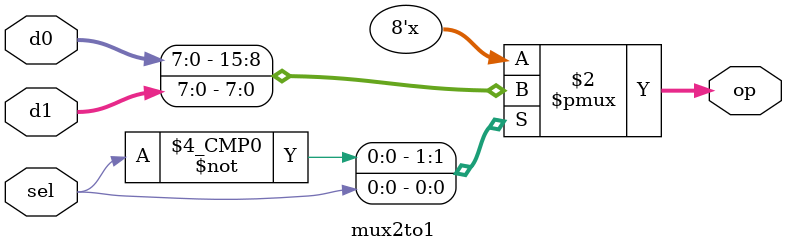
<source format=v>
`timescale 1ns / 1ps

module mux2to1(
    input [7:0]d0,
    input [7:0]d1,
    input sel,
    output reg[7:0]op
    );
	 
	 always@(d0,d1,sel)
	 begin
		case(sel)
		1'b0 : op <= d0;
		1'b1 : op <= d1;
		endcase
	 end


endmodule

</source>
